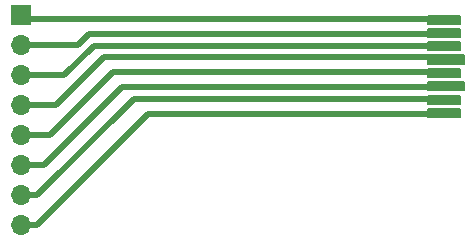
<source format=gbr>
%TF.GenerationSoftware,KiCad,Pcbnew,(7.0.0-0)*%
%TF.CreationDate,2023-03-05T17:29:21+01:00*%
%TF.ProjectId,microsdcard_sub,6d696372-6f73-4646-9361-72645f737562,rev?*%
%TF.SameCoordinates,Original*%
%TF.FileFunction,Copper,L1,Top*%
%TF.FilePolarity,Positive*%
%FSLAX46Y46*%
G04 Gerber Fmt 4.6, Leading zero omitted, Abs format (unit mm)*
G04 Created by KiCad (PCBNEW (7.0.0-0)) date 2023-03-05 17:29:21*
%MOMM*%
%LPD*%
G01*
G04 APERTURE LIST*
%TA.AperFunction,NonConductor*%
%ADD10C,0.200000*%
%TD*%
%TA.AperFunction,ComponentPad*%
%ADD11R,1.700000X1.700000*%
%TD*%
%TA.AperFunction,ComponentPad*%
%ADD12O,1.700000X1.700000*%
%TD*%
%TA.AperFunction,Conductor*%
%ADD13C,0.500000*%
%TD*%
G04 APERTURE END LIST*
D10*
X101200000Y-68350000D02*
X103875000Y-68350000D01*
X103875000Y-68350000D02*
X103875000Y-69050000D01*
X103875000Y-69050000D02*
X101200000Y-69050000D01*
X101200000Y-69050000D02*
X101200000Y-68350000D01*
G36*
X101200000Y-68350000D02*
G01*
X103875000Y-68350000D01*
X103875000Y-69050000D01*
X101200000Y-69050000D01*
X101200000Y-68350000D01*
G37*
X101200000Y-67225000D02*
X103875000Y-67225000D01*
X103875000Y-67225000D02*
X103875000Y-67925000D01*
X103875000Y-67925000D02*
X101200000Y-67925000D01*
X101200000Y-67925000D02*
X101200000Y-67225000D01*
G36*
X101200000Y-67225000D02*
G01*
X103875000Y-67225000D01*
X103875000Y-67925000D01*
X101200000Y-67925000D01*
X101200000Y-67225000D01*
G37*
X101175000Y-66075000D02*
X104200000Y-66075000D01*
X104200000Y-66075000D02*
X104200000Y-66775000D01*
X104200000Y-66775000D02*
X101175000Y-66775000D01*
X101175000Y-66775000D02*
X101175000Y-66075000D01*
G36*
X101175000Y-66075000D02*
G01*
X104200000Y-66075000D01*
X104200000Y-66775000D01*
X101175000Y-66775000D01*
X101175000Y-66075000D01*
G37*
X101200000Y-64950000D02*
X103875000Y-64950000D01*
X103875000Y-64950000D02*
X103875000Y-65650000D01*
X103875000Y-65650000D02*
X101200000Y-65650000D01*
X101200000Y-65650000D02*
X101200000Y-64950000D01*
G36*
X101200000Y-64950000D02*
G01*
X103875000Y-64950000D01*
X103875000Y-65650000D01*
X101200000Y-65650000D01*
X101200000Y-64950000D01*
G37*
X101200000Y-63825000D02*
X104225000Y-63825000D01*
X104225000Y-63825000D02*
X104225000Y-64525000D01*
X104225000Y-64525000D02*
X101200000Y-64525000D01*
X101200000Y-64525000D02*
X101200000Y-63825000D01*
G36*
X101200000Y-63825000D02*
G01*
X104225000Y-63825000D01*
X104225000Y-64525000D01*
X101200000Y-64525000D01*
X101200000Y-63825000D01*
G37*
X101200000Y-62700000D02*
X103875000Y-62700000D01*
X103875000Y-62700000D02*
X103875000Y-63400000D01*
X103875000Y-63400000D02*
X101200000Y-63400000D01*
X101200000Y-63400000D02*
X101200000Y-62700000D01*
G36*
X101200000Y-62700000D02*
G01*
X103875000Y-62700000D01*
X103875000Y-63400000D01*
X101200000Y-63400000D01*
X101200000Y-62700000D01*
G37*
X101200000Y-61575000D02*
X103875000Y-61575000D01*
X103875000Y-61575000D02*
X103875000Y-62275000D01*
X103875000Y-62275000D02*
X101200000Y-62275000D01*
X101200000Y-62275000D02*
X101200000Y-61575000D01*
G36*
X101200000Y-61575000D02*
G01*
X103875000Y-61575000D01*
X103875000Y-62275000D01*
X101200000Y-62275000D01*
X101200000Y-61575000D01*
G37*
X101175000Y-60450000D02*
X103850000Y-60450000D01*
X103850000Y-60450000D02*
X103850000Y-61150000D01*
X103850000Y-61150000D02*
X101175000Y-61150000D01*
X101175000Y-61150000D02*
X101175000Y-60450000D01*
G36*
X101175000Y-60450000D02*
G01*
X103850000Y-60450000D01*
X103850000Y-61150000D01*
X101175000Y-61150000D01*
X101175000Y-60450000D01*
G37*
D11*
%TO.P,REF\u002A\u002A,1*%
%TO.N,N/C*%
X66749999Y-60419999D03*
D12*
%TO.P,REF\u002A\u002A,2*%
X66749999Y-62959999D03*
%TO.P,REF\u002A\u002A,3*%
X66749999Y-65499999D03*
%TO.P,REF\u002A\u002A,4*%
X66749999Y-68039999D03*
%TO.P,REF\u002A\u002A,5*%
X66749999Y-70579999D03*
%TO.P,REF\u002A\u002A,6*%
X66749999Y-73119999D03*
%TO.P,REF\u002A\u002A,7*%
X66749999Y-75659999D03*
%TO.P,REF\u002A\u002A,8*%
X66749999Y-78199999D03*
%TD*%
D13*
%TO.N,*%
X66750000Y-62960000D02*
X71540000Y-62960000D01*
X71540000Y-62960000D02*
X72500000Y-62000000D01*
X72500000Y-62000000D02*
X102000000Y-62000000D01*
X66750000Y-65500000D02*
X70375000Y-65500000D01*
X70375000Y-65500000D02*
X72875000Y-63000000D01*
X72875000Y-63000000D02*
X102250000Y-63000000D01*
X66750000Y-60420000D02*
X67080000Y-60750000D01*
X67080000Y-60750000D02*
X102250000Y-60750000D01*
X66750000Y-75660000D02*
X68090000Y-75660000D01*
X68090000Y-75660000D02*
X76250000Y-67500000D01*
X76250000Y-67500000D02*
X102250000Y-67500000D01*
X77500000Y-68750000D02*
X102500000Y-68750000D01*
X66750000Y-78200000D02*
X68050000Y-78200000D01*
X68050000Y-78200000D02*
X77500000Y-68750000D01*
X75250000Y-66500000D02*
X102250000Y-66500000D01*
X66750000Y-73120000D02*
X68630000Y-73120000D01*
X68630000Y-73120000D02*
X75250000Y-66500000D01*
X66750000Y-70580000D02*
X69170000Y-70580000D01*
X69170000Y-70580000D02*
X74500000Y-65250000D01*
X74500000Y-65250000D02*
X102250000Y-65250000D01*
X66750000Y-68040000D02*
X69710000Y-68040000D01*
X69710000Y-68040000D02*
X73750000Y-64000000D01*
X73750000Y-64000000D02*
X102000000Y-64000000D01*
%TD*%
M02*

</source>
